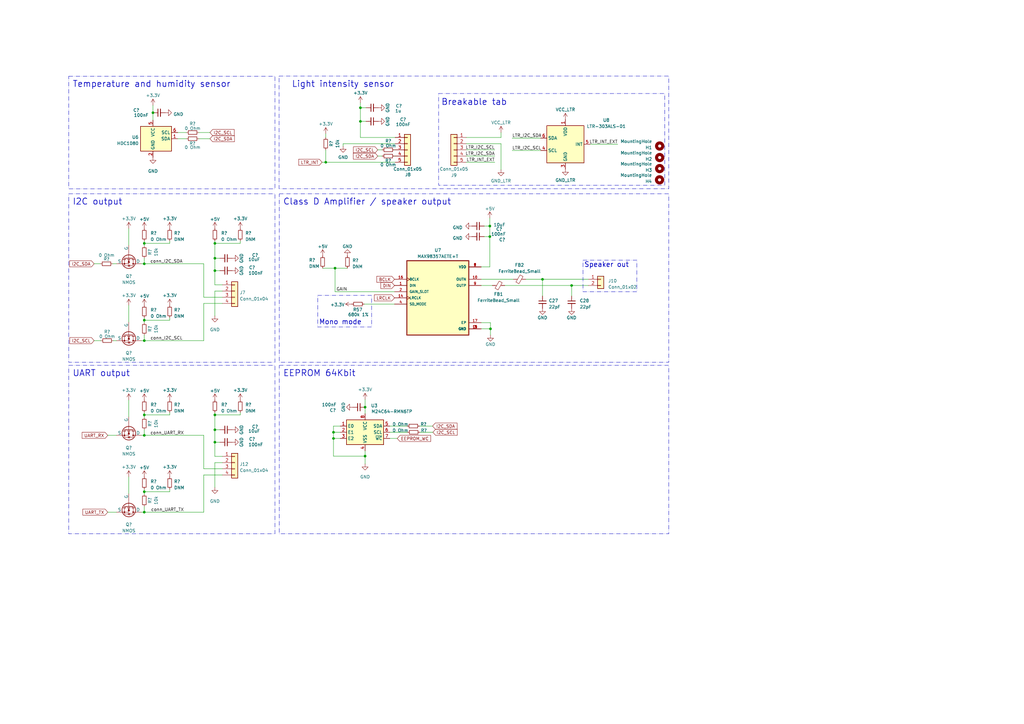
<source format=kicad_sch>
(kicad_sch (version 20230121) (generator eeschema)
  (paper "A3")
  (junction (at 62.738 46.228))
  (junction (at 234.442 117.094))
  (junction (at 59.182 131.318))
  (junction (at 149.733 187.071))
  (junction (at 59.182 170.18))
  (junction (at 59.182 139.7))
  (junction (at 147.828 44.196))
  (junction (at 88.138 99.822))
  (junction (at 147.828 49.784))
  (junction (at 222.504 114.554))
  (junction (at 200.914 97.028))
  (junction (at 133.604 66.548))
  (junction (at 59.182 99.822))
  (junction (at 136.779 179.832))
  (junction (at 200.914 92.71))
  (junction (at 59.182 201.676))
  (junction (at 201.168 134.874))
  (junction (at 137.414 109.982))
  (junction (at 88.138 105.918))
  (junction (at 88.138 170.18))
  (junction (at 59.182 178.562))
  (junction (at 88.138 110.998))
  (junction (at 149.733 167.005))
  (junction (at 88.138 181.356))
  (junction (at 59.182 210.058))
  (junction (at 59.182 108.204))
  (junction (at 136.779 177.292))
  (junction (at 88.138 176.276))
  (wire (pts (xy 88.138 181.356) (xy 90.17 181.356)))
  (wire (pts (xy 222.504 114.554) (xy 241.3 114.554)))
  (wire (pts (xy 88.138 99.822) (xy 88.138 105.918)))
  (wire (pts (xy 57.912 210.058) (xy 59.182 210.058)))
  (wire (pts (xy 91.186 119.38) (xy 88.138 119.38)))
  (wire (pts (xy 69.596 201.676) (xy 69.596 200.66)))
  (wire (pts (xy 59.182 131.318) (xy 69.596 131.318)))
  (wire (pts (xy 136.779 174.752) (xy 136.779 177.292)))
  (wire (pts (xy 162.052 56.388) (xy 147.828 56.388)))
  (wire (pts (xy 91.186 187.198) (xy 88.138 187.198)))
  (wire (pts (xy 162.052 58.928) (xy 140.716 58.928)))
  (wire (pts (xy 234.442 117.094) (xy 241.3 117.094)))
  (wire (pts (xy 177.419 174.752) (xy 172.085 174.752)))
  (wire (pts (xy 191.262 56.388) (xy 205.486 56.388)))
  (wire (pts (xy 59.182 99.822) (xy 69.596 99.822)))
  (wire (pts (xy 197.358 109.474) (xy 200.914 109.474)))
  (wire (pts (xy 88.138 169.164) (xy 88.138 170.18)))
  (wire (pts (xy 210.058 56.642) (xy 221.742 56.642)))
  (wire (pts (xy 83.566 139.7) (xy 83.566 124.46)))
  (wire (pts (xy 83.566 124.46) (xy 91.186 124.46)))
  (wire (pts (xy 88.138 99.822) (xy 98.552 99.822)))
  (wire (pts (xy 62.738 46.228) (xy 62.738 43.18)))
  (wire (pts (xy 88.138 119.38) (xy 88.138 129.54)))
  (wire (pts (xy 140.716 58.928) (xy 140.716 59.944)))
  (wire (pts (xy 149.352 124.714) (xy 161.798 124.714)))
  (wire (pts (xy 132.08 66.548) (xy 133.604 66.548)))
  (wire (pts (xy 88.138 105.918) (xy 90.17 105.918)))
  (wire (pts (xy 221.742 61.722) (xy 210.058 61.722)))
  (wire (pts (xy 132.334 109.982) (xy 137.414 109.982)))
  (wire (pts (xy 98.552 99.822) (xy 98.552 98.806)))
  (wire (pts (xy 52.832 93.726) (xy 52.832 100.584)))
  (wire (pts (xy 88.138 98.806) (xy 88.138 99.822)))
  (wire (pts (xy 59.182 201.676) (xy 69.596 201.676)))
  (wire (pts (xy 81.534 54.356) (xy 86.106 54.356)))
  (wire (pts (xy 205.486 54.356) (xy 205.486 56.388)))
  (wire (pts (xy 161.798 64.008) (xy 162.052 64.008)))
  (wire (pts (xy 59.182 130.302) (xy 59.182 131.318)))
  (wire (pts (xy 133.604 54.864) (xy 133.604 56.388)))
  (wire (pts (xy 161.798 61.468) (xy 162.052 61.468)))
  (wire (pts (xy 198.628 92.71) (xy 200.914 92.71)))
  (wire (pts (xy 88.138 189.738) (xy 88.138 199.898)))
  (wire (pts (xy 154.94 61.468) (xy 156.718 61.468)))
  (wire (pts (xy 46.482 139.7) (xy 47.752 139.7)))
  (wire (pts (xy 88.138 176.276) (xy 90.17 176.276)))
  (wire (pts (xy 139.573 174.752) (xy 136.779 174.752)))
  (wire (pts (xy 38.608 139.7) (xy 41.402 139.7)))
  (wire (pts (xy 59.182 98.806) (xy 59.182 99.822)))
  (wire (pts (xy 88.138 176.276) (xy 88.138 181.356)))
  (wire (pts (xy 59.182 108.204) (xy 59.182 105.918)))
  (wire (pts (xy 59.182 99.822) (xy 59.182 100.838)))
  (wire (pts (xy 46.228 108.204) (xy 47.752 108.204)))
  (wire (pts (xy 81.534 56.896) (xy 86.106 56.896)))
  (wire (pts (xy 191.262 61.468) (xy 202.946 61.468)))
  (wire (pts (xy 197.358 117.094) (xy 201.93 117.094)))
  (wire (pts (xy 149.733 187.071) (xy 149.733 190.246)))
  (wire (pts (xy 177.546 177.292) (xy 172.212 177.292)))
  (wire (pts (xy 147.828 44.196) (xy 150.114 44.196)))
  (wire (pts (xy 38.608 108.204) (xy 41.148 108.204)))
  (wire (pts (xy 88.138 110.998) (xy 90.17 110.998)))
  (wire (pts (xy 147.828 44.196) (xy 147.828 49.784)))
  (wire (pts (xy 150.114 49.784) (xy 147.828 49.784)))
  (wire (pts (xy 62.738 46.228) (xy 62.738 49.276)))
  (wire (pts (xy 191.262 64.008) (xy 202.946 64.008)))
  (wire (pts (xy 83.566 178.562) (xy 83.566 192.278)))
  (wire (pts (xy 191.262 58.928) (xy 205.486 58.928)))
  (wire (pts (xy 154.94 64.008) (xy 156.718 64.008)))
  (wire (pts (xy 133.604 66.548) (xy 162.052 66.548)))
  (wire (pts (xy 215.646 114.554) (xy 222.504 114.554)))
  (wire (pts (xy 136.779 187.071) (xy 149.733 187.071)))
  (wire (pts (xy 136.779 179.832) (xy 139.573 179.832)))
  (wire (pts (xy 83.566 192.278) (xy 91.186 192.278)))
  (wire (pts (xy 44.196 178.562) (xy 47.752 178.562)))
  (wire (pts (xy 72.898 56.896) (xy 76.454 56.896)))
  (wire (pts (xy 136.779 177.292) (xy 136.779 179.832)))
  (wire (pts (xy 147.828 42.164) (xy 147.828 44.196)))
  (wire (pts (xy 136.779 179.832) (xy 136.779 187.071)))
  (wire (pts (xy 88.138 170.18) (xy 88.138 176.276)))
  (wire (pts (xy 52.832 195.58) (xy 52.832 202.438)))
  (wire (pts (xy 149.733 163.83) (xy 149.733 167.005)))
  (wire (pts (xy 59.182 210.058) (xy 83.566 210.058)))
  (wire (pts (xy 136.779 177.292) (xy 139.573 177.292)))
  (wire (pts (xy 207.01 117.094) (xy 234.442 117.094)))
  (wire (pts (xy 88.138 170.18) (xy 98.552 170.18)))
  (wire (pts (xy 159.893 174.752) (xy 167.005 174.752)))
  (wire (pts (xy 197.358 114.554) (xy 210.566 114.554)))
  (wire (pts (xy 201.168 134.874) (xy 201.168 137.414)))
  (wire (pts (xy 88.138 110.998) (xy 88.138 116.84)))
  (wire (pts (xy 59.182 170.18) (xy 69.596 170.18)))
  (wire (pts (xy 200.914 97.028) (xy 200.914 109.474)))
  (wire (pts (xy 59.182 170.18) (xy 59.182 171.196)))
  (wire (pts (xy 242.062 59.182) (xy 253.365 59.182)))
  (wire (pts (xy 201.168 132.334) (xy 201.168 134.874)))
  (wire (pts (xy 59.182 178.562) (xy 83.566 178.562)))
  (wire (pts (xy 159.893 179.832) (xy 162.941 179.832)))
  (wire (pts (xy 59.182 139.7) (xy 83.566 139.7)))
  (wire (pts (xy 159.893 177.292) (xy 167.132 177.292)))
  (wire (pts (xy 59.182 210.058) (xy 59.182 207.772)))
  (wire (pts (xy 198.628 97.028) (xy 200.914 97.028)))
  (wire (pts (xy 57.912 178.562) (xy 59.182 178.562)))
  (wire (pts (xy 59.182 108.204) (xy 83.566 108.204)))
  (wire (pts (xy 59.182 201.676) (xy 59.182 202.692)))
  (wire (pts (xy 83.566 108.204) (xy 83.566 121.92)))
  (wire (pts (xy 98.552 170.18) (xy 98.552 169.164)))
  (wire (pts (xy 83.566 210.058) (xy 83.566 194.818)))
  (wire (pts (xy 59.182 178.562) (xy 59.182 176.276)))
  (wire (pts (xy 197.358 132.334) (xy 201.168 132.334)))
  (wire (pts (xy 149.733 184.912) (xy 149.733 187.071)))
  (wire (pts (xy 57.912 139.7) (xy 59.182 139.7)))
  (wire (pts (xy 222.504 114.554) (xy 222.504 121.412)))
  (wire (pts (xy 44.196 210.058) (xy 47.752 210.058)))
  (wire (pts (xy 137.414 109.982) (xy 142.494 109.982)))
  (wire (pts (xy 91.186 116.84) (xy 88.138 116.84)))
  (wire (pts (xy 69.596 131.318) (xy 69.596 130.302)))
  (wire (pts (xy 69.596 99.822) (xy 69.596 98.806)))
  (wire (pts (xy 59.182 169.164) (xy 59.182 170.18)))
  (wire (pts (xy 205.486 58.928) (xy 205.486 69.596)))
  (wire (pts (xy 83.566 194.818) (xy 91.186 194.818)))
  (wire (pts (xy 52.832 164.084) (xy 52.832 170.942)))
  (wire (pts (xy 72.898 54.356) (xy 76.454 54.356)))
  (wire (pts (xy 57.912 108.204) (xy 59.182 108.204)))
  (wire (pts (xy 200.914 92.71) (xy 200.914 97.028)))
  (wire (pts (xy 52.832 125.222) (xy 52.832 132.08)))
  (wire (pts (xy 133.604 61.468) (xy 133.604 66.548)))
  (wire (pts (xy 91.186 189.738) (xy 88.138 189.738)))
  (wire (pts (xy 59.182 131.318) (xy 59.182 132.334)))
  (wire (pts (xy 191.262 66.548) (xy 202.946 66.548)))
  (wire (pts (xy 197.358 134.874) (xy 201.168 134.874)))
  (wire (pts (xy 137.414 109.982) (xy 137.414 119.634)))
  (wire (pts (xy 200.914 89.408) (xy 200.914 92.71)))
  (wire (pts (xy 59.182 139.7) (xy 59.182 137.414)))
  (wire (pts (xy 234.442 117.094) (xy 234.442 121.412)))
  (wire (pts (xy 88.138 181.356) (xy 88.138 187.198)))
  (wire (pts (xy 83.566 121.92) (xy 91.186 121.92)))
  (wire (pts (xy 69.596 170.18) (xy 69.596 169.164)))
  (wire (pts (xy 147.828 49.784) (xy 147.828 56.388)))
  (wire (pts (xy 88.138 105.918) (xy 88.138 110.998)))
  (wire (pts (xy 59.182 200.66) (xy 59.182 201.676)))
  (wire (pts (xy 137.414 119.634) (xy 161.798 119.634)))
  (wire (pts (xy 149.733 167.005) (xy 149.733 169.672)))
  (rectangle (start 28.194 79.502) (end 112.776 148.59) (stroke (width 0) (type dash_dot)))
  (rectangle (start 28.194 149.86) (end 112.776 218.948) (stroke (width 0) (type dash_dot)))
  (rectangle (start 114.554 79.502) (end 274.32 148.59) (stroke (width 0) (type dash_dot)))
  (rectangle (start 114.4524 31.1912) (end 274.32 77.4192) (stroke (width 0) (type dash_dot)))
  (rectangle (start 130.302 121.158) (end 152.4 134.112) (stroke (width 0) (type dash_dot)))
  (rectangle (start 114.554 149.86) (end 274.32 218.948) (stroke (width 0) (type dash_dot)))
  (rectangle (start 179.8828 38.354) (end 272.6436 75.946) (stroke (width 0) (type dash_dot)))
  (rectangle (start 239.1156 106.68) (end 261.2136 119.634) (stroke (width 0) (type dash_dot)))
  (rectangle (start 28.194 31.242) (end 112.776 77.47) (stroke (width 0) (type dash_dot)))
  (text "Mono mode" (at 130.81 133.35 0) (effects (font (size 2 2) (thickness 0.254) bold) (justify left bottom)))
  (text "Temperature and humidity sensor" (at 29.718 36.068 0) (effects (font (size 2.54 2.54) (thickness 0.254) bold) (justify left bottom)))
  (text "I2C output\n" (at 29.718 84.328 0) (effects (font (size 2.54 2.54) (thickness 0.254) bold) (justify left bottom)))
  (text "Class D Amplifier / speaker output\n" (at 116.078 84.328 0) (effects (font (size 2.54 2.54) (thickness 0.254) bold) (justify left bottom)))
  (text "Breakable tab\n" (at 180.9496 43.434 0) (effects (font (size 2.54 2.54) (thickness 0.254) bold) (justify left bottom)))
  (text "EEPROM 64Kbit \n" (at 116.078 154.686 0) (effects (font (size 2.54 2.54) (thickness 0.254) bold) (justify left bottom)))
  (text "Light intensity sensor" (at 119.634 36.068 0) (effects (font (size 2.54 2.54) (thickness 0.254) bold) (justify left bottom)))
  (text "UART output\n" (at 29.718 154.686 0) (effects (font (size 2.54 2.54) (thickness 0.254) bold) (justify left bottom)))
  (text "Speaker out\n" (at 239.5728 109.8296 0) (effects (font (size 2 2) (thickness 0.254) bold) (justify left bottom)))
  (label "conn_UART_TX" (at 75.438 210.058 180))
  (label "LTR_I2C_SCL" (at 202.946 61.468 180))
  (label "conn_I2C_SDA" (at 74.93 108.204 180))
  (label "LTR_I2C_SCL" (at 210.058 61.722 0))
  (label "conn_UART_RX" (at 75.438 178.562 180))
  (label "LTR_I2C_SDA" (at 202.946 64.008 180))
  (label "LTR_I2C_SDA" (at 210.058 56.642 0))
  (label "LTR_INT_EXT" (at 253.365 59.182 180))
  (label "LTR_INT_EXT" (at 202.946 66.548 180))
  (label "GAIN" (at 137.922 119.634 0))
  (label "conn_I2C_SCL" (at 74.93 139.7 180))
  (global_label "DIN" (shape input) (at 161.798 117.094 180) (property "Intersheetrefs" "${INTERSHEET_REFS}" (effects hide)))
  (global_label "LRCLK" (shape input) (at 161.798 122.174 180) (property "Intersheetrefs" "${INTERSHEET_REFS}" (effects hide)))
  (global_label "I2C_SDA" (shape input) (at 177.419 174.752 0) (property "Intersheetrefs" "${INTERSHEET_REFS}" (effects hide)))
  (global_label "UART_TX" (shape input) (at 44.196 210.058 180) (property "Intersheetrefs" "${INTERSHEET_REFS}" (effects hide)))
  (global_label "LTR_INT" (shape input) (at 132.08 66.548 180) (property "Intersheetrefs" "${INTERSHEET_REFS}" (effects hide)))
  (global_label "I2C_SCL" (shape input) (at 86.106 54.356 0) (property "Intersheetrefs" "${INTERSHEET_REFS}" (effects hide)))
  (global_label "BCLK" (shape input) (at 161.798 114.554 180) (property "Intersheetrefs" "${INTERSHEET_REFS}" (effects hide)))
  (global_label "EEPROM_WC" (shape input) (at 162.941 179.832 0) (property "Intersheetrefs" "${INTERSHEET_REFS}" (effects hide)))
  (global_label "I2C_SDA" (shape input) (at 86.106 56.896 0) (property "Intersheetrefs" "${INTERSHEET_REFS}" (effects hide)))
  (global_label "I2C_SCL" (shape input) (at 154.94 61.468 180) (property "Intersheetrefs" "${INTERSHEET_REFS}" (effects hide)))
  (global_label "I2C_SDA" (shape input) (at 38.608 108.204 180) (property "Intersheetrefs" "${INTERSHEET_REFS}" (effects hide)))
  (global_label "I2C_SCL" (shape input) (at 38.608 139.7 180) (property "Intersheetrefs" "${INTERSHEET_REFS}" (effects hide)))
  (global_label "UART_RX" (shape input) (at 44.196 178.562 180) (property "Intersheetrefs" "${INTERSHEET_REFS}" (effects hide)))
  (global_label "I2C_SDA" (shape input) (at 154.94 64.008 180) (property "Intersheetrefs" "${INTERSHEET_REFS}" (effects hide)))
  (global_label "I2C_SCL" (shape input) (at 177.546 177.292 0) (property "Intersheetrefs" "${INTERSHEET_REFS}" (effects hide)))
  (symbol (lib_id "power:+5V") (at 200.914 89.408 0) (unit 1)
    (property "Reference" "#PWR?" (effects hide))
    (property "Value" "+5V" (at 200.914 85.598 0))
    (instances (project "clock-control-board" (path "" (reference "#PWR?") (unit 1)) (path "" (reference "#PWR087") (unit 1))))
  )
  (symbol (lib_id "power:GND") (at 149.733 190.246 0) (unit 1)
    (property "Reference" "#PWR0120" (effects hide))
    (property "Value" "GND" (at 149.733 195.58 0))
  )
  (symbol (lib_id "Memory_EEPROM:M24C01-RMN") (at 149.733 177.292 0) (unit 1)
    (property "Reference" "U3" (at 152.146 166.37 0) (effects (justify left)))
    (property "Value" "M24C64-RMN6TP" (at 152.273 168.783 0) (effects (justify left)))
    (property "Footprint" "Package_SO:SOIC-8_3.9x4.9mm_P1.27mm" (effects hide))
    (property "Datasheet" "https://datasheet.lcsc.com/lcsc/1809261911_STMicroelectronics-M24C64-RMN6TP_C79988.pdf" (effects hide))
    (property "LCSC" "https://jlcpcb.com/partdetail/Stmicroelectronics-M24C64RMN6TP/C79988" (effects hide))
  )
  (symbol (lib_id "Device:R_Small") (at 59.182 96.266 180) (unit 1)
    (property "Reference" "R?" (at 61.722 95.631 0) (effects (justify right)))
    (property "Value" "0 Ohm" (at 61.722 98.171 0) (effects (justify right)))
    (property "Footprint" "Resistor_SMD:R_0402_1005Metric_Pad0.72x0.64mm_HandSolder" (effects hide))
    (property "LCSC" "C21189" (effects hide))
    (instances (project "clock-control-board" (path "" (reference "R?") (unit 1)) (path "" (reference "R41") (unit 1))))
  )
  (symbol (lib_id "power:+3.3V") (at 52.832 93.726 0) (unit 1)
    (property "Reference" "#PWR?" (effects hide))
    (property "Value" "+3.3V" (at 52.832 89.662 0))
    (instances (project "clock-control-board" (path "" (reference "#PWR?") (unit 1)) (path "" (reference "#PWR?") (unit 1)) (path "" (reference "#PWR061") (unit 1))))
  )
  (symbol (lib_id "power:+3.3V") (at 69.596 164.084 0) (unit 1)
    (property "Reference" "#PWR?" (effects hide))
    (property "Value" "+3.3V" (at 69.596 160.02 0))
    (instances (project "clock-control-board" (path "" (reference "#PWR?") (unit 1)) (path "" (reference "#PWR?") (unit 1)) (path "" (reference "#PWR098") (unit 1))))
  )
  (symbol (lib_id "Device:R_Small") (at 142.494 107.442 180) (unit 1)
    (property "Reference" "R?" (at 144.526 106.807 0) (effects (justify right)))
    (property "Value" "DNM" (at 144.526 109.347 0) (effects (justify right)))
    (property "Footprint" "Resistor_SMD:R_0402_1005Metric_Pad0.72x0.64mm_HandSolder" (effects hide))
    (property "LCSC" "C21189" (effects hide))
    (instances (project "clock-control-board" (path "" (reference "R?") (unit 1)) (path "" (reference "R55") (unit 1))))
  )
  (symbol (lib_id "mylib:MAX98357AETE+T") (at 179.578 122.174 0) (unit 1)
    (property "Reference" "U7" (at 179.578 102.616 0))
    (property "Value" "MAX98357AETE+T" (at 179.578 105.156 0))
    (property "Footprint" "mylib:QFN50P300X300X80-17N" (effects hide))
    (property "MF" "Maxim Integrated" (effects hide))
    (property "Price" "None" (effects hide))
    (property "Description" "Audio Amp Speaker 1-CH Mono Class-D 16-Pin TQFN EP T/R" (effects hide))
    (property "Availability" "Unavailable" (effects hide))
    (property "MP" "MAX98357AETE+T" (effects hide))
    (property "Package" "TQFN-16 Maxim" (effects hide))
    (property "LCSC" "C910544" (effects hide))
  )
  (symbol (lib_id "Mechanical:MountingHole") (at 270.5608 59.8932 180) (unit 1)
    (property "Reference" "H1" (at 267.462 60.5282 0) (effects (justify left)))
    (property "Value" "MountingHole" (at 267.462 57.9882 0) (effects (justify left)))
    (property "Footprint" "MountingHole:MountingHole_2.2mm_M2_Pad_Via" (effects hide))
  )
  (symbol (lib_id "power:GND") (at 95.25 110.998 90) (unit 1)
    (property "Reference" "#PWR?" (effects hide))
    (property "Value" "GND" (at 99.06 108.966 0) (effects (justify right)))
    (instances (project "clock-control-board" (path "" (reference "#PWR?") (unit 1)) (path "" (reference "#PWR073") (unit 1))))
  )
  (symbol (lib_id "Device:R_Small") (at 169.672 177.292 270) (unit 1)
    (property "Reference" "R?" (at 173.863 176.53 90))
    (property "Value" "0 Ohm" (at 164.211 176.53 90))
    (property "Footprint" "Resistor_SMD:R_0402_1005Metric_Pad0.72x0.64mm_HandSolder" (effects hide))
    (property "LCSC" "C21189" (effects hide))
    (instances (project "clock-control-board" (path "" (reference "R?") (unit 1)) (path "" (reference "R36") (unit 1))))
  )
  (symbol (lib_id "power:+5V") (at 59.182 195.58 0) (unit 1)
    (property "Reference" "#PWR?" (effects hide))
    (property "Value" "+5V" (at 59.182 191.77 0))
    (instances (project "clock-control-board" (path "" (reference "#PWR?") (unit 1)) (path "" (reference "#PWR097") (unit 1))))
  )
  (symbol (lib_id "power:+3.3V") (at 98.552 93.726 0) (unit 1)
    (property "Reference" "#PWR?" (effects hide))
    (property "Value" "+3.3V" (at 98.552 89.662 0))
    (instances (project "clock-control-board" (path "" (reference "#PWR?") (unit 1)) (path "" (reference "#PWR?") (unit 1)) (path "" (reference "#PWR074") (unit 1))))
  )
  (symbol (lib_id "Device:C_Small") (at 152.654 49.784 270) (unit 1)
    (property "Reference" "C?" (at 166.624 49.022 90) (effects (justify right)))
    (property "Value" "100nF" (at 168.402 51.054 90) (effects (justify right)))
    (property "Footprint" "Capacitor_SMD:C_0402_1005Metric" (effects hide))
    (property "LCSC" "C1525" (effects hide))
    (instances (project "clock-control-board" (path "" (reference "C?") (unit 1)) (path "" (reference "C?") (unit 1)) (path "" (reference "C24") (unit 1))))
  )
  (symbol (lib_id "Simulation_SPICE:NMOS") (at 52.832 105.664 270) (unit 1)
    (property "Reference" "Q?" (at 52.832 113.284 90))
    (property "Value" "NMOS" (at 52.832 115.824 90))
    (property "Footprint" "Package_TO_SOT_SMD:SOT-23" (effects hide))
    (property "Datasheet" "https://ngspice.sourceforge.io/docs/ngspice-manual.pdf" (effects hide))
    (property "Sim.Device" "NMOS" (effects hide))
    (property "Sim.Type" "VDMOS" (effects hide))
    (property "Sim.Pins" "1=D 2=G 3=S" (effects hide))
    (property "LCSC" "C8545" (effects hide))
    (instances (project "clock-control-board" (path "" (reference "Q?") (unit 1)) (path "" (reference "Q5") (unit 1))))
  )
  (symbol (lib_id "Sensor_Humidity:HDC1080") (at 65.278 56.896 0) (unit 1)
    (property "Reference" "U6" (at 56.896 56.261 0) (effects (justify right)))
    (property "Value" "HDC1080" (at 56.896 58.801 0) (effects (justify right)))
    (property "Footprint" "Package_SON:Texas_PWSON-N6" (effects hide))
    (property "Datasheet" "http://www.ti.com/lit/ds/symlink/hdc1080.pdf" (effects hide))
  )
  (symbol (lib_id "power:GND") (at 142.494 104.902 180) (unit 1)
    (property "Reference" "#PWR?" (effects hide))
    (property "Value" "GND" (at 140.462 101.092 0) (effects (justify right)))
    (instances (project "clock-control-board" (path "" (reference "#PWR?") (unit 1)) (path "" (reference "#PWR081") (unit 1))))
  )
  (symbol (lib_id "power:GND") (at 155.194 44.196 90) (unit 1)
    (property "Reference" "#PWR?" (effects hide))
    (property "Value" "GND" (at 159.004 42.164 0) (effects (justify right)))
    (instances (project "clock-control-board" (path "" (reference "#PWR?") (unit 1)) (path "" (reference "#PWR079") (unit 1))))
  )
  (symbol (lib_id "power:+3.3V") (at 144.272 124.714 90) (unit 1)
    (property "Reference" "#PWR?" (effects hide))
    (property "Value" "+3.3V" (at 138.43 124.968 90))
    (instances (project "clock-control-board" (path "" (reference "#PWR?") (unit 1)) (path "" (reference "#PWR?") (unit 1)) (path "" (reference "#PWR082") (unit 1))))
  )
  (symbol (lib_id "power:GND") (at 144.653 167.005 270) (unit 1)
    (property "Reference" "#PWR?" (effects hide))
    (property "Value" "GND" (at 140.843 169.037 0) (effects (justify right)))
    (instances (project "clock-control-board" (path "" (reference "#PWR?") (unit 1)) (path "" (reference "#PWR0121") (unit 1))))
  )
  (symbol (lib_id "power:+3.3V") (at 149.733 163.83 0) (unit 1)
    (property "Reference" "#PWR?" (effects hide))
    (property "Value" "+3.3V" (at 149.733 159.766 0))
    (instances (project "clock-control-board" (path "" (reference "#PWR?") (unit 1)) (path "" (reference "#PWR?") (unit 1)) (path "" (reference "#PWR0122") (unit 1))))
  )
  (symbol (lib_id "Device:R_Small") (at 159.258 64.008 90) (unit 1)
    (property "Reference" "R?" (at 159.2326 65.913 90))
    (property "Value" "0 Ohm" (at 159.2326 67.5386 90))
    (property "Footprint" "Resistor_SMD:R_0402_1005Metric_Pad0.72x0.64mm_HandSolder" (effects hide))
    (property "LCSC" "C21189" (effects hide))
    (instances (project "clock-control-board" (path "" (reference "R?") (unit 1)) (path "" (reference "R54") (unit 1))))
  )
  (symbol (lib_id "power:GND") (at 234.442 126.492 0) (unit 1)
    (property "Reference" "#PWR?" (effects hide))
    (property "Value" "GND" (at 236.474 130.302 0) (effects (justify right)))
    (instances (project "clock-control-board" (path "" (reference "#PWR?") (unit 1)) (path "" (reference "#PWR092") (unit 1))))
  )
  (symbol (lib_id "Device:C_Small") (at 152.654 44.196 90) (unit 1)
    (property "Reference" "C?" (at 162.306 43.434 90) (effects (justify right)))
    (property "Value" "1u" (at 162.052 45.466 90) (effects (justify right)))
    (property "Footprint" "Capacitor_SMD:C_0402_1005Metric" (effects hide))
    (property "LCSC" "C52923" (effects hide))
    (instances (project "clock-control-board" (path "" (reference "C?") (unit 1)) (path "" (reference "C?") (unit 1)) (path "" (reference "C23") (unit 1))))
  )
  (symbol (lib_id "Device:R_Small") (at 98.552 166.624 180) (unit 1)
    (property "Reference" "R?" (at 100.584 165.989 0) (effects (justify right)))
    (property "Value" "DNM" (at 100.584 168.529 0) (effects (justify right)))
    (property "Footprint" "Resistor_SMD:R_0402_1005Metric_Pad0.72x0.64mm_HandSolder" (effects hide))
    (property "LCSC" "C21189" (effects hide))
    (instances (project "clock-control-board" (path "" (reference "R?") (unit 1)) (path "" (reference "R76") (unit 1))))
  )
  (symbol (lib_id "power:GND") (at 222.504 126.492 0) (unit 1)
    (property "Reference" "#PWR?" (effects hide))
    (property "Value" "GND" (at 224.536 130.302 0) (effects (justify right)))
    (instances (project "clock-control-board" (path "" (reference "#PWR?") (unit 1)) (path "" (reference "#PWR091") (unit 1))))
  )
  (symbol (lib_id "Device:R_Small") (at 69.596 127.762 180) (unit 1)
    (property "Reference" "R?" (at 71.374 127.127 0) (effects (justify right)))
    (property "Value" "DNM" (at 71.374 129.667 0) (effects (justify right)))
    (property "Footprint" "Resistor_SMD:R_0402_1005Metric_Pad0.72x0.64mm_HandSolder" (effects hide))
    (property "LCSC" "C21189" (effects hide))
    (instances (project "clock-control-board" (path "" (reference "R?") (unit 1)) (path "" (reference "R46") (unit 1))))
  )
  (symbol (lib_id "Device:C_Small") (at 234.442 123.952 0) (unit 1)
    (property "Reference" "C28" (at 237.744 123.3233 0) (effects (justify left)))
    (property "Value" "22pF" (at 237.744 125.8633 0) (effects (justify left)))
    (property "Footprint" "Capacitor_SMD:C_0402_1005Metric" (effects hide))
    (property "LCSC" "C1555" (effects hide))
  )
  (symbol (lib_id "Device:C_Small") (at 196.088 97.028 270) (unit 1)
    (property "Reference" "C?" (at 207.264 98.298 90) (effects (justify right)))
    (property "Value" "100nF" (at 207.518 96.012 90) (effects (justify right)))
    (property "Footprint" "Capacitor_SMD:C_0402_1005Metric" (effects hide))
    (property "LCSC" "C1525" (effects hide))
    (instances (project "clock-control-board" (path "" (reference "C?") (unit 1)) (path "" (reference "C?") (unit 1)) (path "" (reference "C26") (unit 1))))
  )
  (symbol (lib_id "power:GND") (at 155.194 49.784 90) (unit 1)
    (property "Reference" "#PWR?" (effects hide))
    (property "Value" "GND" (at 159.004 47.752 0) (effects (justify right)))
    (instances (project "clock-control-board" (path "" (reference "#PWR?") (unit 1)) (path "" (reference "#PWR080") (unit 1))))
  )
  (symbol (lib_id "power:GND") (at 95.25 105.918 90) (unit 1)
    (property "Reference" "#PWR?" (effects hide))
    (property "Value" "GND" (at 99.06 103.886 0) (effects (justify right)))
    (instances (project "clock-control-board" (path "" (reference "#PWR?") (unit 1)) (path "" (reference "#PWR072") (unit 1))))
  )
  (symbol (lib_id "Connector_Generic:Conn_01x02") (at 246.38 114.554 0) (unit 1)
    (property "Reference" "J10" (at 249.428 115.189 0) (effects (justify left)))
    (property "Value" "Conn_01x02" (at 249.428 117.729 0) (effects (justify left)))
    (property "Footprint" "Connector_JST:JST_XH_B2B-XH-A_1x02_P2.50mm_Vertical" (effects hide))
  )
  (symbol (lib_name "GND_LTR_2") (lib_id "clock-control-board-symbol-library:GND_LTR") (at 205.486 69.596 0) (unit 1)
    (property "Reference" "#PWR086" (effects hide))
    (property "Value" "GND_LTR" (at 205.486 74.168 0))
  )
  (symbol (lib_id "Device:R_Small") (at 132.334 107.442 0) (unit 1)
    (property "Reference" "R?" (at 126.746 106.68 0) (effects (justify left)))
    (property "Value" "DNM" (at 126.746 109.22 0) (effects (justify left)))
    (property "Footprint" "Resistor_SMD:R_0402_1005Metric_Pad0.72x0.64mm_HandSolder" (effects hide))
    (property "LCSC" "C21189" (effects hide))
    (instances (project "clock-control-board" (path "" (reference "R?") (unit 1)) (path "" (reference "R52") (unit 1))))
  )
  (symbol (lib_id "power:GND") (at 193.548 97.028 270) (unit 1)
    (property "Reference" "#PWR?" (effects hide))
    (property "Value" "GND" (at 189.738 97.663 90) (effects (justify right)))
    (instances (project "clock-control-board" (path "" (reference "#PWR?") (unit 1)) (path "" (reference "#PWR084") (unit 1))))
  )
  (symbol (lib_id "Device:R_Small") (at 43.942 139.7 90) (unit 1)
    (property "Reference" "R?" (at 43.942 136.0678 90))
    (property "Value" "0 Ohm" (at 43.942 137.9982 90))
    (property "Footprint" "Resistor_SMD:R_0402_1005Metric_Pad0.72x0.64mm_HandSolder" (effects hide))
    (property "LCSC" "C21189" (effects hide))
    (instances (project "clock-control-board" (path "" (reference "R?") (unit 1)) (path "" (reference "R40") (unit 1))))
  )
  (symbol (lib_id "Device:C_Small") (at 92.71 110.998 90) (unit 1)
    (property "Reference" "C?" (at 102.108 109.728 90) (effects (justify right)))
    (property "Value" "100nF" (at 101.854 112.014 90) (effects (justify right)))
    (property "Footprint" "Capacitor_SMD:C_0402_1005Metric" (effects hide))
    (property "LCSC" "C1525" (effects hide))
    (instances (project "clock-control-board" (path "" (reference "C?") (unit 1)) (path "" (reference "C?") (unit 1)) (path "" (reference "C22") (unit 1))))
  )
  (symbol (lib_id "Device:R_Small") (at 59.182 127.762 180) (unit 1)
    (property "Reference" "R?" (at 61.722 127.127 0) (effects (justify right)))
    (property "Value" "0 Ohm" (at 61.722 129.667 0) (effects (justify right)))
    (property "Footprint" "Resistor_SMD:R_0402_1005Metric_Pad0.72x0.64mm_HandSolder" (effects hide))
    (property "LCSC" "C21189" (effects hide))
    (instances (project "clock-control-board" (path "" (reference "R?") (unit 1)) (path "" (reference "R43") (unit 1))))
  )
  (symbol (lib_id "power:GND") (at 88.138 199.898 0) (unit 1)
    (property "Reference" "#PWR?" (effects hide))
    (property "Value" "GND" (at 88.138 205.5622 0))
    (instances (project "clock-control-board" (path "" (reference "#PWR?") (unit 1)) (path "" (reference "#PWR0101") (unit 1))))
  )
  (symbol (lib_id "Device:C_Small") (at 65.278 46.228 90) (unit 1)
    (property "Reference" "C?" (at 54.61 45.212 90) (effects (justify right)))
    (property "Value" "100nF" (at 54.864 47.244 90) (effects (justify right)))
    (property "Footprint" "Capacitor_SMD:C_0402_1005Metric" (effects hide))
    (property "LCSC" "C1525" (effects hide))
    (instances (project "clock-control-board" (path "" (reference "C?") (unit 1)) (path "" (reference "C?") (unit 1)) (path "" (reference "C20") (unit 1))))
  )
  (symbol (lib_id "Connector_Generic:Conn_01x05") (at 186.182 61.468 0) (mirror y) (unit 1)
    (property "Reference" "J9" (at 186.182 71.882 0))
    (property "Value" "Conn_01x05" (at 186.182 69.342 0))
    (property "Footprint" "Connector_JST:JST_XH_S5B-XH-A-1_1x05_P2.50mm_Horizontal" (effects hide))
  )
  (symbol (lib_id "Simulation_SPICE:NMOS") (at 52.832 137.16 270) (unit 1)
    (property "Reference" "Q?" (at 52.832 144.78 90))
    (property "Value" "NMOS" (at 52.832 147.32 90))
    (property "Footprint" "Package_TO_SOT_SMD:SOT-23" (effects hide))
    (property "Datasheet" "https://ngspice.sourceforge.io/docs/ngspice-manual.pdf" (effects hide))
    (property "Sim.Device" "NMOS" (effects hide))
    (property "Sim.Type" "VDMOS" (effects hide))
    (property "Sim.Pins" "1=D 2=G 3=S" (effects hide))
    (property "LCSC" "C8545" (effects hide))
    (instances (project "clock-control-board" (path "" (reference "Q?") (unit 1)) (path "" (reference "Q6") (unit 1))))
  )
  (symbol (lib_id "Device:R_Small") (at 69.596 166.624 180) (unit 1)
    (property "Reference" "R?" (at 71.374 165.989 0) (effects (justify right)))
    (property "Value" "DNM" (at 71.374 168.529 0) (effects (justify right)))
    (property "Footprint" "Resistor_SMD:R_0402_1005Metric_Pad0.72x0.64mm_HandSolder" (effects hide))
    (property "LCSC" "C21189" (effects hide))
    (instances (project "clock-control-board" (path "" (reference "R?") (unit 1)) (path "" (reference "R73") (unit 1))))
  )
  (symbol (lib_id "power:+5V") (at 59.182 125.222 0) (unit 1)
    (property "Reference" "#PWR?" (effects hide))
    (property "Value" "+5V" (at 59.182 121.412 0))
    (instances (project "clock-control-board" (path "" (reference "#PWR?") (unit 1)) (path "" (reference "#PWR064") (unit 1))))
  )
  (symbol (lib_id "power:+5V") (at 132.334 104.902 0) (unit 1)
    (property "Reference" "#PWR?" (effects hide))
    (property "Value" "+5V" (at 132.334 101.092 0))
    (instances (project "clock-control-board" (path "" (reference "#PWR?") (unit 1)) (path "" (reference "#PWR078") (unit 1))))
  )
  (symbol (lib_id "Device:R_Small") (at 78.994 56.896 90) (unit 1)
    (property "Reference" "R?" (at 78.9686 58.801 90))
    (property "Value" "0 Ohm" (at 78.9686 60.4266 90))
    (property "Footprint" "Resistor_SMD:R_0402_1005Metric_Pad0.72x0.64mm_HandSolder" (effects hide))
    (property "LCSC" "C21189" (effects hide))
    (instances (project "clock-control-board" (path "" (reference "R?") (unit 1)) (path "" (reference "R48") (unit 1))))
  )
  (symbol (lib_id "power:+3.3V") (at 69.596 195.58 0) (unit 1)
    (property "Reference" "#PWR?" (effects hide))
    (property "Value" "+3.3V" (at 69.596 191.516 0))
    (instances (project "clock-control-board" (path "" (reference "#PWR?") (unit 1)) (path "" (reference "#PWR?") (unit 1)) (path "" (reference "#PWR099") (unit 1))))
  )
  (symbol (lib_id "Device:R_Small") (at 59.182 166.624 180) (unit 1)
    (property "Reference" "R?" (at 61.722 165.989 0) (effects (justify right)))
    (property "Value" "0 Ohm" (at 61.722 168.529 0) (effects (justify right)))
    (property "Footprint" "Resistor_SMD:R_0402_1005Metric_Pad0.72x0.64mm_HandSolder" (effects hide))
    (property "LCSC" "C21189" (effects hide))
    (instances (project "clock-control-board" (path "" (reference "R?") (unit 1)) (path "" (reference "R69") (unit 1))))
  )
  (symbol (lib_id "Device:R_Small") (at 88.138 166.624 180) (unit 1)
    (property "Reference" "R?" (at 90.678 165.989 0) (effects (justify right)))
    (property "Value" "0 Ohm" (at 90.678 168.529 0) (effects (justify right)))
    (property "Footprint" "Resistor_SMD:R_0402_1005Metric_Pad0.72x0.64mm_HandSolder" (effects hide))
    (property "LCSC" "C21189" (effects hide))
    (instances (project "clock-control-board" (path "" (reference "R?") (unit 1)) (path "" (reference "R75") (unit 1))))
  )
  (symbol (lib_id "power:+3.3V") (at 52.832 164.084 0) (unit 1)
    (property "Reference" "#PWR?" (effects hide))
    (property "Value" "+3.3V" (at 52.832 160.02 0))
    (instances (project "clock-control-board" (path "" (reference "#PWR?") (unit 1)) (path "" (reference "#PWR?") (unit 1)) (path "" (reference "#PWR030") (unit 1))))
  )
  (symbol (lib_id "power:+3.3V") (at 52.832 125.222 0) (unit 1)
    (property "Reference" "#PWR?" (effects hide))
    (property "Value" "+3.3V" (at 52.832 121.158 0))
    (instances (project "clock-control-board" (path "" (reference "#PWR?") (unit 1)) (path "" (reference "#PWR?") (unit 1)) (path "" (reference "#PWR062") (unit 1))))
  )
  (symbol (lib_id "Device:R_Small") (at 78.994 54.356 90) (unit 1)
    (property "Reference" "R?" (at 78.994 50.7238 90))
    (property "Value" "0 Ohm" (at 78.994 52.6542 90))
    (property "Footprint" "Resistor_SMD:R_0402_1005Metric_Pad0.72x0.64mm_HandSolder" (effects hide))
    (property "LCSC" "C21189" (effects hide))
    (instances (project "clock-control-board" (path "" (reference "R?") (unit 1)) (path "" (reference "R47") (unit 1))))
  )
  (symbol (lib_id "Simulation_SPICE:NMOS") (at 52.832 207.518 270) (unit 1)
    (property "Reference" "Q?" (at 52.832 215.138 90))
    (property "Value" "NMOS" (at 52.832 217.678 90))
    (property "Footprint" "Package_TO_SOT_SMD:SOT-23" (effects hide))
    (property "Datasheet" "https://ngspice.sourceforge.io/docs/ngspice-manual.pdf" (effects hide))
    (property "Sim.Device" "NMOS" (effects hide))
    (property "Sim.Type" "VDMOS" (effects hide))
    (property "Sim.Pins" "1=D 2=G 3=S" (effects hide))
    (property "LCSC" "C8545" (effects hide))
    (instances (project "clock-control-board" (path "" (reference "Q?") (unit 1)) (path "" (reference "Q4") (unit 1))))
  )
  (symbol (lib_id "power:GND") (at 88.138 129.54 0) (unit 1)
    (property "Reference" "#PWR?" (effects hide))
    (property "Value" "GND" (at 88.138 135.2042 0))
    (instances (project "clock-control-board" (path "" (reference "#PWR?") (unit 1)) (path "" (reference "#PWR071") (unit 1))))
  )
  (symbol (lib_id "power:+5V") (at 59.182 93.726 0) (unit 1)
    (property "Reference" "#PWR?" (effects hide))
    (property "Value" "+5V" (at 59.182 89.916 0))
    (instances (project "clock-control-board" (path "" (reference "#PWR?") (unit 1)) (path "" (reference "#PWR063") (unit 1))))
  )
  (symbol (lib_id "Mechanical:MountingHole") (at 270.5608 64.6176 180) (unit 1)
    (property "Reference" "H2" (at 267.462 65.2526 0) (effects (justify left)))
    (property "Value" "MountingHole" (at 267.462 62.7126 0) (effects (justify left)))
    (property "Footprint" "MountingHole:MountingHole_2.2mm_M2_Pad_Via" (effects hide))
  )
  (symbol (lib_id "Device:C_Small") (at 147.193 167.005 270) (unit 1)
    (property "Reference" "C?" (at 137.795 168.275 90) (effects (justify right)))
    (property "Value" "100nF" (at 138.049 165.989 90) (effects (justify right)))
    (property "Footprint" "Capacitor_SMD:C_0402_1005Metric" (effects hide))
    (property "LCSC" "C1525" (effects hide))
    (instances (project "clock-control-board" (path "" (reference "C?") (unit 1)) (path "" (reference "C?") (unit 1)) (path "" (reference "C35") (unit 1))))
  )
  (symbol (lib_id "Mechanical:MountingHole") (at 270.5608 69.1388 180) (unit 1)
    (property "Reference" "H3" (at 267.462 69.7738 0) (effects (justify left)))
    (property "Value" "MountingHole" (at 267.462 67.2338 0) (effects (justify left)))
    (property "Footprint" "MountingHole:MountingHole_2.2mm_M2_Pad_Via" (effects hide))
  )
  (symbol (lib_id "Device:R_Small") (at 59.182 198.12 180) (unit 1)
    (property "Reference" "R?" (at 61.722 197.485 0) (effects (justify right)))
    (property "Value" "0 Ohm" (at 61.722 200.025 0) (effects (justify right)))
    (property "Footprint" "Resistor_SMD:R_0402_1005Metric_Pad0.72x0.64mm_HandSolder" (effects hide))
    (property "LCSC" "C21189" (effects hide))
    (instances (project "clock-control-board" (path "" (reference "R?") (unit 1)) (path "" (reference "R71") (unit 1))))
  )
  (symbol (lib_id "Device:C_Small") (at 92.71 181.356 90) (unit 1)
    (property "Reference" "C?" (at 102.108 180.086 90) (effects (justify right)))
    (property "Value" "100nF" (at 101.854 182.372 90) (effects (justify right)))
    (property "Footprint" "Capacitor_SMD:C_0402_1005Metric" (effects hide))
    (property "LCSC" "C1525" (effects hide))
    (instances (project "clock-control-board" (path "" (reference "C?") (unit 1)) (path "" (reference "C?") (unit 1)) (path "" (reference "C32") (unit 1))))
  )
  (symbol (lib_id "Device:R_Small") (at 69.596 96.266 180) (unit 1)
    (property "Reference" "R?" (at 71.374 95.631 0) (effects (justify right)))
    (property "Value" "DNM" (at 71.374 98.171 0) (effects (justify right)))
    (property "Footprint" "Resistor_SMD:R_0402_1005Metric_Pad0.72x0.64mm_HandSolder" (effects hide))
    (property "LCSC" "C21189" (effects hide))
    (instances (project "clock-control-board" (path "" (reference "R?") (unit 1)) (path "" (reference "R45") (unit 1))))
  )
  (symbol (lib_id "power:+5V") (at 59.182 164.084 0) (unit 1)
    (property "Reference" "#PWR?" (effects hide))
    (property "Value" "+5V" (at 59.182 160.274 0))
    (instances (project "clock-control-board" (path "" (reference "#PWR?") (unit 1)) (path "" (reference "#PWR096") (unit 1))))
  )
  (symbol (lib_id "Device:FerriteBead_Small") (at 213.106 114.554 90) (unit 1)
    (property "Reference" "FB2" (at 213.0679 108.712 90))
    (property "Value" "FerriteBead_Small" (at 213.0679 111.252 90))
    (property "Footprint" "Inductor_SMD:L_0805_2012Metric" (effects hide))
    (property "LCSC" "C1015" (effects hide))
  )
  (symbol (lib_id "Device:R_Small") (at 59.182 205.232 180) (unit 1)
    (property "Reference" "R?" (at 61.468 205.232 90))
    (property "Value" "10k" (at 64.008 205.232 90))
    (property "Footprint" "Resistor_SMD:R_0402_1005Metric" (effects hide))
    (instances (project "clock-control-board" (path "" (reference "R?") (unit 1)) (path "" (reference "R?") (unit 1)) (path "" (reference "R72") (unit 1))))
  )
  (symbol (lib_name "VCC_LTR_1") (lib_id "clock-control-board-symbol-library:VCC_LTR") (at 205.486 54.356 0) (unit 1)
    (property "Reference" "#PWR085" (effects hide))
    (property "Value" "VCC_LTR" (at 205.486 50.292 0))
  )
  (symbol (lib_id "power:GND") (at 95.25 176.276 90) (unit 1)
    (property "Reference" "#PWR?" (effects hide))
    (property "Value" "GND" (at 99.06 174.244 0) (effects (justify right)))
    (instances (project "clock-control-board" (path "" (reference "#PWR?") (unit 1)) (path "" (reference "#PWR0102") (unit 1))))
  )
  (symbol (lib_id "Device:C_Small") (at 92.71 176.276 270) (unit 1)
    (property "Reference" "C?" (at 105.918 175.006 90) (effects (justify right)))
    (property "Value" "10uF" (at 106.68 176.784 90) (effects (justify right)))
    (property "Footprint" "Capacitor_SMD:C_0603_1608Metric" (effects hide))
    (property "LCSC" "C19702" (effects hide))
    (instances (project "clock-control-board" (path "" (reference "C?") (unit 1)) (path "" (reference "C?") (unit 1)) (path "" (reference "C?") (unit 1)) (path "" (reference "C31") (unit 1))))
  )
  (symbol (lib_id "power:+3.3V") (at 98.552 164.084 0) (unit 1)
    (property "Reference" "#PWR?" (effects hide))
    (property "Value" "+3.3V" (at 98.552 160.02 0))
    (instances (project "clock-control-board" (path "" (reference "#PWR?") (unit 1)) (path "" (reference "#PWR?") (unit 1)) (path "" (reference "#PWR0104") (unit 1))))
  )
  (symbol (lib_id "Device:FerriteBead_Small") (at 204.47 117.094 270) (unit 1)
    (property "Reference" "FB1" (at 204.47 120.65 90))
    (property "Value" "FerriteBead_Small" (at 204.47 123.19 90))
    (property "Footprint" "Inductor_SMD:L_0805_2012Metric" (effects hide))
    (property "LCSC" "C1015" (effects hide))
  )
  (symbol (lib_id "Device:R_Small") (at 59.182 134.874 180) (unit 1)
    (property "Reference" "R?" (at 61.468 134.874 90))
    (property "Value" "10k" (at 64.008 134.874 90))
    (property "Footprint" "Resistor_SMD:R_0402_1005Metric" (effects hide))
    (instances (project "clock-control-board" (path "" (reference "R?") (unit 1)) (path "" (reference "R?") (unit 1)) (path "" (reference "R44") (unit 1))))
  )
  (symbol (lib_id "Connector_Generic:Conn_01x04") (at 96.266 189.738 0) (unit 1)
    (property "Reference" "J12" (at 98.298 190.373 0) (effects (justify left)))
    (property "Value" "Conn_01x04" (at 98.298 192.913 0) (effects (justify left)))
    (property "Footprint" "Connector_JST:JST_XH_B4B-XH-A_1x04_P2.50mm_Vertical" (effects hide))
  )
  (symbol (lib_id "power:+5V") (at 88.138 93.726 0) (unit 1)
    (property "Reference" "#PWR?" (effects hide))
    (property "Value" "+5V" (at 88.138 89.916 0))
    (instances (project "clock-control-board" (path "" (reference "#PWR?") (unit 1)) (path "" (reference "#PWR070") (unit 1))))
  )
  (symbol (lib_id "Device:R_Small") (at 59.182 103.378 180) (unit 1)
    (property "Reference" "R?" (at 61.468 103.378 90))
    (property "Value" "10k" (at 64.008 103.378 90))
    (property "Footprint" "Resistor_SMD:R_0402_1005Metric" (effects hide))
    (instances (project "clock-control-board" (path "" (reference "R?") (unit 1)) (path "" (reference "R?") (unit 1)) (path "" (reference "R42") (unit 1))))
  )
  (symbol (lib_id "Device:R_Small") (at 43.688 108.204 270) (unit 1)
    (property "Reference" "R?" (at 43.7134 106.299 90))
    (property "Value" "0 Ohm" (at 43.7134 104.6734 90))
    (property "Footprint" "Resistor_SMD:R_0402_1005Metric_Pad0.72x0.64mm_HandSolder" (effects hide))
    (property "LCSC" "C21189" (effects hide))
    (instances (project "clock-control-board" (path "" (reference "R?") (unit 1)) (path "" (reference "R39") (unit 1))))
  )
  (symbol (lib_id "power:GND") (at 193.548 92.71 270) (unit 1)
    (property "Reference" "#PWR?" (effects hide))
    (property "Value" "GND" (at 189.738 93.345 90) (effects (justify right)))
    (instances (project "clock-control-board" (path "" (reference "#PWR?") (unit 1)) (path "" (reference "#PWR083") (unit 1))))
  )
  (symbol (lib_id "Simulation_SPICE:NMOS") (at 52.832 176.022 270) (unit 1)
    (property "Reference" "Q?" (at 52.832 183.642 90))
    (property "Value" "NMOS" (at 52.832 186.182 90))
    (property "Footprint" "Package_TO_SOT_SMD:SOT-23" (effects hide))
    (property "Datasheet" "https://ngspice.sourceforge.io/docs/ngspice-manual.pdf" (effects hide))
    (property "Sim.Device" "NMOS" (effects hide))
    (property "Sim.Type" "VDMOS" (effects hide))
    (property "Sim.Pins" "1=D 2=G 3=S" (effects hide))
    (property "LCSC" "C8545" (effects hide))
    (instances (project "clock-control-board" (path "" (reference "Q?") (unit 1)) (path "" (reference "Q3") (unit 1))))
  )
  (symbol (lib_id "Device:R_Small") (at 169.545 174.752 90) (unit 1)
    (property "Reference" "R?" (at 173.736 173.99 90))
    (property "Value" "0 Ohm" (at 164.211 173.99 90))
    (property "Footprint" "Resistor_SMD:R_0402_1005Metric_Pad0.72x0.64mm_HandSolder" (effects hide))
    (property "LCSC" "C21189" (effects hide))
    (instances (project "clock-control-board" (path "" (reference "R?") (unit 1)) (path "" (reference "R22") (unit 1))))
  )
  (symbol (lib_id "power:GND") (at 62.738 64.516 0) (unit 1)
    (property "Reference" "#PWR?" (effects hide))
    (property "Value" "GND" (at 62.738 70.1802 0))
    (instances (project "clock-control-board" (path "" (reference "#PWR?") (unit 1)) (path "" (reference "#PWR066") (unit 1))))
  )
  (symbol (lib_id "Device:C_Small") (at 222.504 123.952 0) (unit 1)
    (property "Reference" "C27" (at 225.044 123.3233 0) (effects (justify left)))
    (property "Value" "22pF" (at 225.044 125.8633 0) (effects (justify left)))
    (property "Footprint" "Capacitor_SMD:C_0402_1005Metric" (effects hide))
    (property "LCSC" "C1555" (effects hide))
  )
  (symbol (lib_id "Device:R_Small") (at 59.182 173.736 180) (unit 1)
    (property "Reference" "R?" (at 61.468 173.736 90))
    (property "Value" "10k" (at 64.008 173.736 90))
    (property "Footprint" "Resistor_SMD:R_0402_1005Metric" (effects hide))
    (instances (project "clock-control-board" (path "" (reference "R?") (unit 1)) (path "" (reference "R?") (unit 1)) (path "" (reference "R70") (unit 1))))
  )
  (symbol (lib_id "power:+3.3V") (at 69.596 93.726 0) (unit 1)
    (property "Reference" "#PWR?" (effects hide))
    (property "Value" "+3.3V" (at 69.596 89.662 0))
    (instances (project "clock-control-board" (path "" (reference "#PWR?") (unit 1)) (path "" (reference "#PWR?") (unit 1)) (path "" (reference "#PWR068") (unit 1))))
  )
  (symbol (lib_id "Device:R_Small") (at 88.138 96.266 180) (unit 1)
    (property "Reference" "R?" (at 90.678 95.631 0) (effects (justify right)))
    (property "Value" "0 Ohm" (at 90.678 98.171 0) (effects (justify right)))
    (property "Footprint" "Resistor_SMD:R_0402_1005Metric_Pad0.72x0.64mm_HandSolder" (effects hide))
    (property "LCSC" "C21189" (effects hide))
    (instances (project "clock-control-board" (path "" (reference "R?") (unit 1)) (path "" (reference "R49") (unit 1))))
  )
  (symbol (lib_id "Device:C_Small") (at 196.088 92.71 90) (unit 1)
    (property "Reference" "C?" (at 203.454 93.98 90) (effects (justify right)))
    (property "Value" "10uF" (at 202.438 92.202 90) (effects (justify right)))
    (property "Footprint" "Capacitor_SMD:C_0603_1608Metric" (effects hide))
    (property "LCSC" "C19702" (effects hide))
    (instances (project "clock-control-board" (path "" (reference "C?") (unit 1)) (path "" (reference "C?") (unit 1)) (path "" (reference "C?") (unit 1)) (path "" (reference "C25") (unit 1))))
  )
  (symbol (lib_id "power:+3.3V") (at 133.604 54.864 0) (unit 1)
    (property "Reference" "#PWR?" (effects hide))
    (property "Value" "+3.3V" (at 133.604 50.8 0))
    (instances (project "clock-control-board" (path "" (reference "#PWR?") (unit 1)) (path "" (reference "#PWR?") (unit 1)) (path "" (reference "#PWR075") (unit 1))))
  )
  (symbol (lib_id "Device:R_Small") (at 159.258 61.468 90) (unit 1)
    (property "Reference" "R?" (at 159.258 57.8358 90))
    (property "Value" "0 Ohm" (at 159.258 59.7662 90))
    (property "Footprint" "Resistor_SMD:R_0402_1005Metric_Pad0.72x0.64mm_HandSolder" (effects hide))
    (property "LCSC" "C21189" (effects hide))
    (instances (project "clock-control-board" (path "" (reference "R?") (unit 1)) (path "" (reference "R53") (unit 1))))
  )
  (symbol (lib_id "Sensor_Optical:LTR-303ALS-01") (at 231.902 59.182 0) (unit 1)
    (property "Reference" "U8" (at 248.666 49.276 0))
    (property "Value" "LTR-303ALS-01" (at 248.666 51.816 0))
    (property "Footprint" "OptoDevice:Lite-On_LTR-303ALS-01" (effects hide))
    (property "Datasheet" "http://optoelectronics.liteon.com/upload/download/DS86-2013-0004/LTR-303ALS-01_DS_V1.pdf" (effects hide))
  )
  (symbol (lib_id "power:GND") (at 95.25 181.356 90) (unit 1)
    (property "Reference" "#PWR?" (effects hide))
    (property "Value" "GND" (at 99.06 179.324 0) (effects (justify right)))
    (instances (project "clock-control-board" (path "" (reference "#PWR?") (unit 1)) (path "" (reference "#PWR0103") (unit 1))))
  )
  (symbol (lib_id "Device:R_Small") (at 133.604 58.928 180) (unit 1)
    (property "Reference" "R?" (at 135.89 58.928 90))
    (property "Value" "10k" (at 138.43 58.928 90))
    (property "Footprint" "Resistor_SMD:R_0402_1005Metric" (effects hide))
    (instances (project "clock-control-board" (path "" (reference "R?") (unit 1)) (path "" (reference "R?") (unit 1)) (path "" (reference "R51") (unit 1))))
  )
  (symbol (lib_id "clock-control-board-symbol-library:VCC_LTR") (at 231.902 49.022 0) (unit 1)
    (property "Reference" "#PWRe0101" (effects hide))
    (property "Value" "VCC_LTR" (at 231.902 44.958 0))
  )
  (symbol (lib_id "clock-control-board-symbol-library:GND_LTR") (at 140.716 59.944 0) (unit 1)
    (property "Reference" "#PWR076" (effects hide))
    (property "Value" "GND_LTR" (at 140.716 64.516 0))
  )
  (symbol (lib_name "GND_LTR_1") (lib_id "clock-control-board-symbol-library:GND_LTR") (at 231.902 69.342 0) (unit 1)
    (property "Reference" "#PWR090" (effects hide))
    (property "Value" "GND_LTR" (at 231.902 73.914 0))
  )
  (symbol (lib_id "Device:R_Small") (at 69.596 198.12 180) (unit 1)
    (property "Reference" "R?" (at 71.374 197.485 0) (effects (justify right)))
    (property "Value" "DNM" (at 71.374 200.025 0) (effects (justify right)))
    (property "Footprint" "Resistor_SMD:R_0402_1005Metric_Pad0.72x0.64mm_HandSolder" (effects hide))
    (property "LCSC" "C21189" (effects hide))
    (instances (project "clock-control-board" (path "" (reference "R?") (unit 1)) (path "" (reference "R74") (unit 1))))
  )
  (symbol (lib_id "power:+3.3V") (at 147.828 42.164 0) (unit 1)
    (property "Reference" "#PWR?" (effects hide))
    (property "Value" "+3.3V" (at 147.828 38.1 0))
    (instances (project "clock-control-board" (path "" (reference "#PWR?") (unit 1)) (path "" (reference "#PWR?") (unit 1)) (path "" (reference "#PWR077") (unit 1))))
  )
  (symbol (lib_id "Mechanical:MountingHole") (at 270.51 73.7616 180) (unit 1)
    (property "Reference" "H4" (at 267.4112 74.3966 0) (effects (justify left)))
    (property "Value" "MountingHole" (at 267.4112 71.8566 0) (effects (justify left)))
    (property "Footprint" "MountingHole:MountingHole_2.2mm_M2_Pad_Via" (effects hide))
  )
  (symbol (lib_id "Connector_Generic:Conn_01x04") (at 96.266 119.38 0) (unit 1)
    (property "Reference" "J7" (at 98.298 120.015 0) (effects (justify left)))
    (property "Value" "Conn_01x04" (at 98.298 122.555 0) (effects (justify left)))
    (property "Footprint" "Connector_JST:JST_XH_B4B-XH-A_1x04_P2.50mm_Vertical" (effects hide))
  )
  (symbol (lib_id "power:GND") (at 67.818 46.228 90) (unit 1)
    (property "Reference" "#PWR?" (effects hide))
    (property "Value" "GND" (at 71.12 46.863 90) (effects (justify right)))
    (instances (project "clock-control-board" (path "" (reference "#PWR?") (unit 1)) (path "" (reference "#PWR067") (unit 1))))
  )
  (symbol (lib_id "power:GND") (at 201.168 137.414 0) (unit 1)
    (property "Reference" "#PWR?" (effects hide))
    (property "Value" "GND" (at 203.2 141.224 0) (effects (justify right)))
    (instances (project "clock-control-board" (path "" (reference "#PWR?") (unit 1)) (path "" (reference "#PWR088") (unit 1))))
  )
  (symbol (lib_id "power:+5V") (at 88.138 164.084 0) (unit 1)
    (property "Reference" "#PWR?" (effects hide))
    (property "Value" "+5V" (at 88.138 160.274 0))
    (instances (project "clock-control-board" (path "" (reference "#PWR?") (unit 1)) (path "" (reference "#PWR0100") (unit 1))))
  )
  (symbol (lib_id "Connector_Generic:Conn_01x05") (at 167.132 61.468 0) (unit 1)
    (property "Reference" "J8" (at 166.116 71.628 0) (effects (justify left)))
    (property "Value" "Conn_01x05" (at 161.29 69.342 0) (effects (justify left)))
    (property "Footprint" "Connector_JST:JST_XH_B5B-XH-A_1x05_P2.50mm_Vertical" (effects hide))
  )
  (symbol (lib_id "power:+3.3V") (at 62.738 43.18 0) (unit 1)
    (property "Reference" "#PWR?" (effects hide))
    (property "Value" "+3.3V" (at 62.738 39.116 0))
    (instances (project "clock-control-board" (path "" (reference "#PWR?") (unit 1)) (path "" (reference "#PWR?") (unit 1)) (path "" (reference "#PWR065") (unit 1))))
  )
  (symbol (lib_id "power:+3.3V") (at 69.596 125.222 0) (unit 1)
    (property "Reference" "#PWR?" (effects hide))
    (property "Value" "+3.3V" (at 69.596 121.158 0))
    (instances (project "clock-control-board" (path "" (reference "#PWR?") (unit 1)) (path "" (reference "#PWR?") (unit 1)) (path "" (reference "#PWR069") (unit 1))))
  )
  (symbol (lib_id "Device:C_Small") (at 92.71 105.918 270) (unit 1)
    (property "Reference" "C?" (at 105.918 104.648 90) (effects (justify right)))
    (property "Value" "10uF" (at 106.68 106.426 90) (effects (justify right)))
    (property "Footprint" "Capacitor_SMD:C_0603_1608Metric" (effects hide))
    (property "LCSC" "C19702" (effects hide))
    (instances (project "clock-control-board" (path "" (reference "C?") (unit 1)) (path "" (reference "C?") (unit 1)) (path "" (reference "C?") (unit 1)) (path "" (reference "C21") (unit 1))))
  )
  (symbol (lib_id "Device:R_Small") (at 146.812 124.714 90) (unit 1)
    (property "Reference" "R57" (at 144.78 127 90) (effects (justify right)))
    (property "Value" "680k 1%" (at 142.748 129.032 90) (effects (justify right)))
    (property "Footprint" "Resistor_SMD:R_0805_2012Metric" (effects hide))
    (property "LCSC" "C17797" (effects hide))
  )
  (symbol (lib_id "Device:R_Small") (at 98.552 96.266 180) (unit 1)
    (property "Reference" "R?" (at 100.584 95.631 0) (effects (justify right)))
    (property "Value" "DNM" (at 100.584 98.171 0) (effects (justify right)))
    (property "Footprint" "Resistor_SMD:R_0402_1005Metric_Pad0.72x0.64mm_HandSolder" (effects hide))
    (property "LCSC" "C21189" (effects hide))
    (instances (project "clock-control-board" (path "" (reference "R?") (unit 1)) (path "" (reference "R50") (unit 1))))
  )
  (symbol (lib_id "power:+3.3V") (at 52.832 195.58 0) (unit 1)
    (property "Reference" "#PWR?" (effects hide))
    (property "Value" "+3.3V" (at 52.832 191.516 0))
    (instances (project "clock-control-board" (path "" (reference "#PWR?") (unit 1)) (path "" (reference "#PWR?") (unit 1)) (path "" (reference "#PWR041") (unit 1))))
  )
)
</source>
